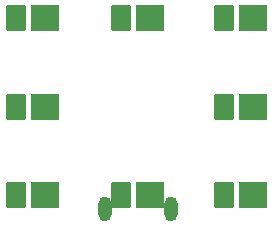
<source format=gts>
G04 Layer: TopSolderMaskLayer*
G04 EasyEDA Pro v2.2.25.6, 2024-08-18 10:38:01*
G04 Gerber Generator version 0.3*
G04 Scale: 100 percent, Rotated: No, Reflected: No*
G04 Dimensions in millimeters*
G04 Leading zeros omitted, absolute positions, 3 integers and 5 decimals*
%FSLAX35Y35*%
%MOMM*%
%AMRoundRect*1,1,$1,$2,$3*1,1,$1,$4,$5*1,1,$1,0-$2,0-$3*1,1,$1,0-$4,0-$5*20,1,$1,$2,$3,$4,$5,0*20,1,$1,$4,$5,0-$2,0-$3,0*20,1,$1,0-$2,0-$3,0-$4,0-$5,0*20,1,$1,0-$4,0-$5,$2,$3,0*4,1,4,$2,$3,$4,$5,0-$2,0-$3,0-$4,0-$5,$2,$3,0*%
%ADD10O,1.1016X2.1016*%
%ADD11RoundRect,0.09571X-0.77795X1.05294X0.77795X1.05294*%
%ADD12RoundRect,0.09712X-1.15224X1.05224X1.15224X1.05224*%
G75*


G04 Pad Start*
G54D10*
G01X1689486Y181240D03*
G01X1124488Y181240D03*
G54D11*
G01X376860Y1799996D03*
G54D12*
G01X623113Y1799996D03*
G54D11*
G01X1266858Y1799996D03*
G54D12*
G01X1513111Y1799996D03*
G54D11*
G01X2136856Y1799996D03*
G54D12*
G01X2383109Y1799996D03*
G54D11*
G01X376860Y1049998D03*
G54D12*
G01X623113Y1049998D03*
G54D11*
G01X2136856Y1049998D03*
G54D12*
G01X2383109Y1049998D03*
G54D11*
G01X376860Y299999D03*
G54D12*
G01X623113Y299999D03*
G54D11*
G01X1266858Y299999D03*
G54D12*
G01X1513111Y299999D03*
G54D11*
G01X2136856Y299999D03*
G54D12*
G01X2383109Y299999D03*
G04 Pad End*

M02*


</source>
